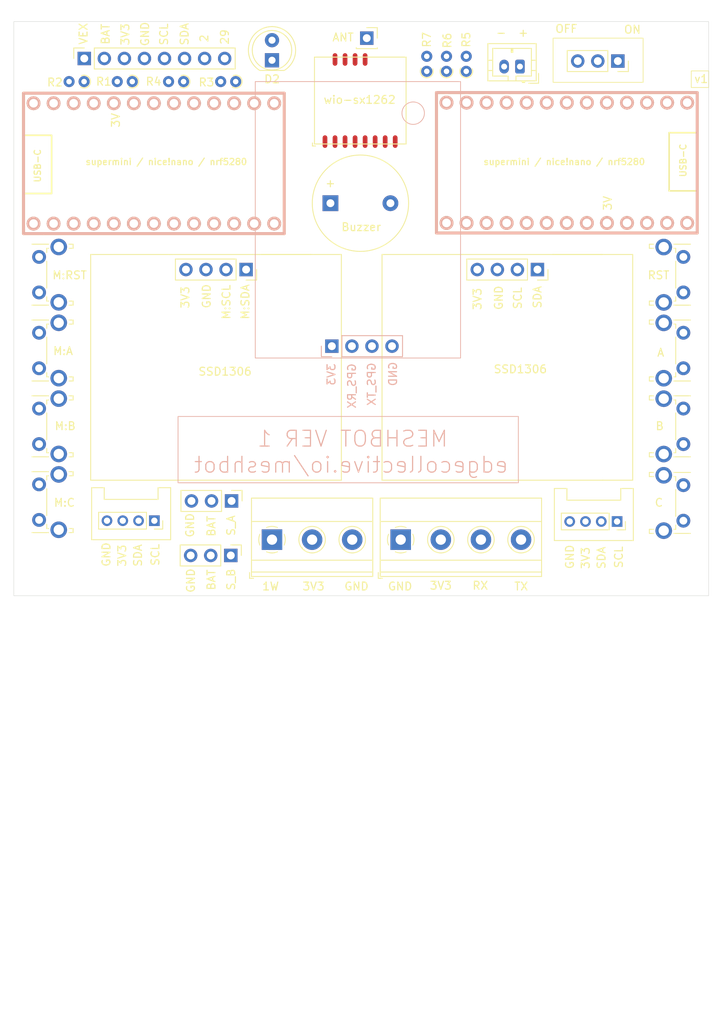
<source format=kicad_pcb>
(kicad_pcb (version 20240108) (generator "pcbnew") (generator_version "8.0")
  (layers (0 "F.Cu" signal) (31 "B.Cu" signal) (34 "B.Paste" user) (35 "F.Paste" user) (36 "B.SilkS" user "B.Silkscreen") (37 "F.SilkS" user "F.Silkscreen") (38 "B.Mask" user) (39 "F.Mask" user) (44 "Edge.Cuts" user))
  (net 0 "")
  (net 1 "SCL_MESH")
  (net 2 "SDA_MESH")
  (net 3 "RF_SW")
  (net 4 "MESH_BATT_MEASURE")
  (net 5 "GND")
  (net 6 "BAT")
  (net 7 "GPS_TX")
  (net 8 "GPS_RX")
  (net 9 "3V3")
  (net 10 "MESH_RST")
  (net 11 "MICRO_RST")
  (net 12 "LORA_RST")
  (net 13 "BUSY")
  (net 14 "ANT")
  (net 15 "MOSI")
  (net 16 "MISO")
  (net 17 "DIO1")
  (net 18 "CS")
  (net 19 "SCK")
  (net 20 "SCL")
  (net 21 "SDA")
  (net 22 "Net-(D2-A)")
  (net 23 "MESH_RX")
  (net 24 "MESH_TX")
  (net 25 "MESH_BUTTON_A")
  (net 26 "MESH_BUTTON_B")
  (net 27 "V_EXT")
  (net 28 "UART_TX")
  (net 29 "UART_RX")
  (net 30 "1WIRE")
  (net 32 "MESH_BUTTON_C")
  (net 33 "SERVO_A")
  (net 34 "SERVO_B")
  (net 35 "P0.29")
  (net 36 "P0.2")
  (net 37 "BUZZER")
  (net 38 "P0.02")
  (net 39 "P0.10")
  (net 40 "P0.09")
  (net 41 "LED_A")
  (net 42 "BUTTON_A")
  (net 43 "BUTTON_B")
  (net 44 "BUTTON_C")
  (footprint "Connector_JST:JST_PH_B2B-PH-K_1x02_P2.00mm_Vertical" (layer "F.Cu") (at 60.8 2.4 180)
    (property "Reference" "J1" (hide yes))
    (property "Value" "Conn_01x02_Socket" (hide yes))
    (pad "1" thru_hole roundrect (at 0 0 180) (size 1.2 1.75) (drill 0.75) (layers "*.Cu" "*.Mask") (roundrect_rratio 0.208333) (net 27 "V_EXT"))
    (pad "2" thru_hole oval (at 2 0 180) (size 1.2 1.75) (drill 0.75) (layers "*.Cu" "*.Mask") (net 5 "GND"))
  )
  (footprint "footprints:nice_nano_cleanest" (layer "F.Cu") (at 15.71 14.66)
    (property "Reference" "U2" (hide yes))
    (property "Value" "nice_nano_clean" (hide yes))
    (fp_text user "supermini / nice!nano / nrf5280" (at 0.31 -0.2 0) (layer "F.SilkS") (effects (font (size 0.8 0.8))))
    (fp_text user "USB-C" (at -16 0.3 90) (layer "F.SilkS") (effects (font (size 0.8 0.8))))
    (pad "1" thru_hole circle (at -13.97 7.62) (size 1.7526 1.7526) (drill 1.0922) (layers "*.Cu" "*.SilkS" "*.Mask") (net 24 "MESH_TX"))
    (pad "2" thru_hole circle (at -11.43 7.62) (size 1.7526 1.7526) (drill 1.0922) (layers "*.Cu" "*.SilkS" "*.Mask") (net 23 "MESH_RX"))
    (pad "3" thru_hole circle (at -8.89 7.62) (size 1.7526 1.7526) (drill 1.0922) (layers "*.Cu" "*.SilkS" "*.Mask") (net 5 "GND"))
    (pad "4" thru_hole circle (at -6.35 7.62) (size 1.7526 1.7526) (drill 1.0922) (layers "*.Cu" "*.SilkS" "*.Mask") (net 5 "GND"))
    (pad "5" thru_hole circle (at -3.81 7.62) (size 1.7526 1.7526) (drill 1.0922) (layers "*.Cu" "*.SilkS" "*.Mask") (net 3 "RF_SW"))
    (pad "6" thru_hole circle (at -1.27 7.62) (size 1.7526 1.7526) (drill 1.0922) (layers "*.Cu" "*.SilkS" "*.Mask") (net 8 "GPS_RX"))
    (pad "7" thru_hole circle (at 1.27 7.62) (size 1.7526 1.7526) (drill 1.0922) (layers "*.Cu" "*.SilkS" "*.Mask") (net 7 "GPS_TX"))
    (pad "8" thru_hole circle (at 3.81 7.62) (size 1.7526 1.7526) (drill 1.0922) (layers "*.Cu" "*.SilkS" "*.Mask") (net 25 "MESH_BUTTON_A"))
    (pad "9" thru_hole circle (at 6.35 7.62) (size 1.7526 1.7526) (drill 1.0922) (layers "*.Cu" "*.SilkS" "*.Mask") (net 26 "MESH_BUTTON_B"))
    (pad "10" thru_hole circle (at 8.89 7.62) (size 1.7526 1.7526) (drill 1.0922) (layers "*.Cu" "*.SilkS" "*.Mask") (net 1 "SCL_MESH"))
    (pad "11" thru_hole circle (at 11.43 7.62) (size 1.7526 1.7526) (drill 1.0922) (layers "*.Cu" "*.SilkS" "*.Mask") (net 2 "SDA_MESH"))
    (pad "12" thru_hole circle (at 13.97 7.62) (size 1.7526 1.7526) (drill 1.0922) (layers "*.Cu" "*.SilkS" "*.Mask") (net 32 "MESH_BUTTON_C"))
    (pad "13" thru_hole circle (at 13.97 -7.62) (size 1.7526 1.7526) (drill 1.0922) (layers "*.Cu" "*.SilkS" "*.Mask") (net 12 "LORA_RST"))
    (pad "14" thru_hole circle (at 11.43 -7.62) (size 1.7526 1.7526) (drill 1.0922) (layers "*.Cu" "*.SilkS" "*.Mask") (net 17 "DIO1"))
    (pad "15" thru_hole circle (at 8.89 -7.62) (size 1.7526 1.7526) (drill 1.0922) (layers "*.Cu" "*.SilkS" "*.Mask") (net 19 "SCK"))
    (pad "16" thru_hole circle (at 6.35 -7.62) (size 1.7526 1.7526) (drill 1.0922) (layers "*.Cu" "*.SilkS" "*.Mask") (net 18 "CS"))
    (pad "17" thru_hole circle (at 3.81 -7.62) (size 1.7526 1.7526) (drill 1.0922) (layers "*.Cu" "*.SilkS" "*.Mask") (net 15 "MOSI"))
    (pad "18" thru_hole circle (at 1.27 -7.62) (size 1.7526 1.7526) (drill 1.0922) (layers "*.Cu" "*.SilkS" "*.Mask") (net 16 "MISO"))
    (pad "19" thru_hole circle (at -1.27 -7.62) (size 1.7526 1.7526) (drill 1.0922) (layers "*.Cu" "*.SilkS" "*.Mask") (net 13 "BUSY"))
    (pad "20" thru_hole circle (at -3.81 -7.62) (size 1.7526 1.7526) (drill 1.0922) (layers "*.Cu" "*.SilkS" "*.Mask") (net 4 "MESH_BATT_MEASURE"))
    (pad "21" thru_hole circle (at -6.35 -7.62) (size 1.7526 1.7526) (drill 1.0922) (layers "*.Cu" "*.SilkS" "*.Mask") (net 9 "3V3"))
    (pad "22" thru_hole circle (at -8.89 -7.62) (size 1.7526 1.7526) (drill 1.0922) (layers "*.Cu" "*.SilkS" "*.Mask") (net 10 "MESH_RST"))
    (pad "23" thru_hole circle (at -11.43 -7.62) (size 1.7526 1.7526) (drill 1.0922) (layers "*.Cu" "*.SilkS" "*.Mask") (net 5 "GND"))
    (pad "24" thru_hole circle (at -13.97 -7.62) (size 1.7526 1.7526) (drill 1.0922) (layers "*.Cu" "*.SilkS" "*.Mask") (net 6 "BAT"))
    (pad "25" thru_hole circle (at -16.51 -7.62) (size 1.7526 1.7526) (drill 1.0922) (layers "*.Cu" "*.SilkS" "*.Mask") (net 6 "BAT"))
    (pad "26" thru_hole circle (at -16.51 7.62) (size 1.7526 1.7526) (drill 1.0922) (layers "*.Cu" "*.SilkS" "*.Mask") (net 5 "GND"))
  )
  (footprint "footprints:ssd1306_a" (layer "F.Cu") (at 63.02 28.1 -90)
    (property "Reference" "J5" (hide yes))
    (property "Value" "Conn_01x04_Pin")
    (pad "1" thru_hole oval (at 0 7.62 270) (size 1.7 1.7) (drill 1) (layers "*.Cu" "*.Mask") (net 9 "3V3"))
    (pad "2" thru_hole oval (at 0 5.08 270) (size 1.7 1.7) (drill 1) (layers "*.Cu" "*.Mask") (net 5 "GND"))
    (pad "3" thru_hole oval (at 0 2.54 270) (size 1.7 1.7) (drill 1) (layers "*.Cu" "*.Mask") (net 20 "SCL"))
    (pad "4" thru_hole rect (at 0 0 270) (size 1.7 1.7) (drill 1) (layers "*.Cu" "*.Mask") (net 21 "SDA"))
  )
  (footprint "footprints:grove_rightangle" (layer "F.Cu") (at 73.1 60 -90)
    (property "Reference" "U5" (hide yes))
    (property "Value" "grove_a" (hide yes))
    (pad "1" thru_hole oval (at 0 6 270) (size 1.35 1.35) (drill 0.8) (layers "*.Cu" "*.Mask") (net 5 "GND"))
    (pad "2" thru_hole oval (at 0 4 270) (size 1.35 1.35) (drill 0.8) (layers "*.Cu" "*.Mask") (net 9 "3V3"))
    (pad "3" thru_hole oval (at 0 2 270) (size 1.35 1.35) (drill 0.8) (layers "*.Cu" "*.Mask") (net 2 "SDA_MESH"))
    (pad "4" thru_hole rect (at 0 0 270) (size 1.35 1.35) (drill 0.8) (layers "*.Cu" "*.Mask") (net 1 "SCL_MESH"))
  )
  (footprint "MountingHole:MountingHole_3.2mm_M3" (layer "F.Cu") (at 0.1 66)
    (property "Reference" "H4" (hide yes))
    (property "Value" "MountingHole")
    (pad "" np_thru_hole circle (at 0 0) (size 3.2 3.2) (drill 3.2) (layers "*.Cu" "*.Mask"))
  )
  (footprint "footprints:nice_nano_cleanest" (layer "F.Cu") (at 65.47 14.58 180)
    (property "Reference" "U3" (hide yes))
    (property "Value" "nice_nano_clean" (hide yes))
    (fp_text user "supermini / nice!nano / nrf5280" (at -0.95 0.12 0) (layer "F.SilkS") (effects (font (size 0.8 0.8))))
    (fp_text user "USB-C" (at -16 0.3 90) (layer "F.SilkS") (effects (font (size 0.8 0.8))))
    (pad "1" thru_hole circle (at -13.97 7.62 180) (size 1.7526 1.7526) (drill 1.0922) (layers "*.Cu" "*.SilkS" "*.Mask") (net 23 "MESH_RX"))
    (pad "2" thru_hole circle (at -11.43 7.62 180) (size 1.7526 1.7526) (drill 1.0922) (layers "*.Cu" "*.SilkS" "*.Mask") (net 24 "MESH_TX"))
    (pad "3" thru_hole circle (at -8.89 7.62 180) (size 1.7526 1.7526) (drill 1.0922) (layers "*.Cu" "*.SilkS" "*.Mask") (net 5 "GND"))
    (pad "4" thru_hole circle (at -6.35 7.62 180) (size 1.7526 1.7526) (drill 1.0922) (layers "*.Cu" "*.SilkS" "*.Mask") (net 5 "GND"))
    (pad "5" thru_hole circle (at -3.81 7.62 180) (size 1.7526 1.7526) (drill 1.0922) (layers "*.Cu" "*.SilkS" "*.Mask") (net 30 "1WIRE"))
    (pad "6" thru_hole circle (at -1.27 7.62 180) (size 1.7526 1.7526) (drill 1.0922) (layers "*.Cu" "*.SilkS" "*.Mask") (net 29 "UART_RX"))
    (pad "7" thru_hole circle (at 1.27 7.62 180) (size 1.7526 1.7526) (drill 1.0922) (layers "*.Cu" "*.SilkS" "*.Mask") (net 28 "UART_TX"))
    (pad "8" thru_hole circle (at 3.81 7.62 180) (size 1.7526 1.7526) (drill 1.0922) (layers "*.Cu" "*.SilkS" "*.Mask") (net 33 "SERVO_A"))
    (pad "9" thru_hole circle (at 6.35 7.62 180) (size 1.7526 1.7526) (drill 1.0922) (layers "*.Cu" "*.SilkS" "*.Mask") (net 34 "SERVO_B"))
    (pad "10" thru_hole circle (at 8.89 7.62 180) (size 1.7526 1.7526) (drill 1.0922) (layers "*.Cu" "*.SilkS" "*.Mask") (net 20 "SCL"))
    (pad "11" thru_hole circle (at 11.43 7.62 180) (size 1.7526 1.7526) (drill 1.0922) (layers "*.Cu" "*.SilkS" "*.Mask") (net 21 "SDA"))
    (pad "12" thru_hole circle (at 13.97 7.62 180) (size 1.7526 1.7526) (drill 1.0922) (layers "*.Cu" "*.SilkS" "*.Mask") (net 42 "BUTTON_A"))
    (pad "13" thru_hole circle (at 13.97 -7.62 180) (size 1.7526 1.7526) (drill 1.0922) (layers "*.Cu" "*.SilkS" "*.Mask") (net 40 "P0.09"))
    (pad "14" thru_hole circle (at 11.43 -7.62 180) (size 1.7526 1.7526) (drill 1.0922) (layers "*.Cu" "*.SilkS" "*.Mask") (net 39 "P0.10"))
    (pad "15" thru_hole circle (at 8.89 -7.62 180) (size 1.7526 1.7526) (drill 1.0922) (layers "*.Cu" "*.SilkS" "*.Mask") (net 44 "BUTTON_C"))
    (pad "16" thru_hole circle (at 6.35 -7.62 180) (size 1.7526 1.7526) (drill 1.0922) (layers "*.Cu" "*.SilkS" "*.Mask") (net 41 "LED_A"))
    (pad "17" thru_hole circle (at 3.81 -7.62 180) (size 1.7526 1.7526) (drill 1.0922) (layers "*.Cu" "*.SilkS" "*.Mask") (net 43 "BUTTON_B"))
    (pad "18" thru_hole circle (at 1.27 -7.62 180) (size 1.7526 1.7526) (drill 1.0922) (layers "*.Cu" "*.SilkS" "*.Mask") (net 38 "P0.02"))
    (pad "19" thru_hole circle (at -1.27 -7.62 180) (size 1.7526 1.7526) (drill 1.0922) (layers "*.Cu" "*.SilkS" "*.Mask") (net 35 "P0.29"))
    (pad "20" thru_hole circle (at -3.81 -7.62 180) (size 1.7526 1.7526) (drill 1.0922) (layers "*.Cu" "*.SilkS" "*.Mask") (net 37 "BUZZER"))
    (pad "21" thru_hole circle (at -6.35 -7.62 180) (size 1.7526 1.7526) (drill 1.0922) (layers "*.Cu" "*.SilkS" "*.Mask") (net 9 "3V3"))
    (pad "22" thru_hole circle (at -8.89 -7.62 180) (size 1.7526 1.7526) (drill 1.0922) (layers "*.Cu" "*.SilkS" "*.Mask") (net 11 "MICRO_RST"))
    (pad "23" thru_hole circle (at -11.43 -7.62 180) (size 1.7526 1.7526) (drill 1.0922) (layers "*.Cu" "*.SilkS" "*.Mask") (net 5 "GND"))
    (pad "24" thru_hole circle (at -13.97 -7.62 180) (size 1.7526 1.7526) (drill 1.0922) (layers "*.Cu" "*.SilkS" "*.Mask") (net 6 "BAT"))
    (pad "25" thru_hole circle (at -16.51 -7.62 180) (size 1.7526 1.7526) (drill 1.0922) (layers "*.Cu" "*.SilkS" "*.Mask") (net 6 "BAT"))
    (pad "26" thru_hole circle (at -16.51 7.62 180) (size 1.7526 1.7526) (drill 1.0922) (layers "*.Cu" "*.SilkS" "*.Mask") (net 5 "GND"))
  )
  (footprint "TerminalBlock_Phoenix:TerminalBlock_Phoenix_MKDS-1,5-4-5.08_1x04_P5.08mm_Horizontal" (layer "F.Cu") (at 45.7 62.3)
    (property "Reference" "J6" (hide yes))
    (property "Value" "Screw_Terminal_01x04" (hide yes))
    (pad "1" thru_hole rect (at 0 0) (size 2.6 2.6) (drill 1.3) (layers "*.Cu" "*.Mask") (net 5 "GND"))
    (pad "2" thru_hole circle (at 5.08 0) (size 2.6 2.6) (drill 1.3) (layers "*.Cu" "*.Mask") (net 9 "3V3"))
    (pad "3" thru_hole circle (at 10.16 0) (size 2.6 2.6) (drill 1.3) (layers "*.Cu" "*.Mask") (net 29 "UART_RX"))
    (pad "4" thru_hole circle (at 15.24 0) (size 2.6 2.6) (drill 1.3) (layers "*.Cu" "*.Mask") (net 28 "UART_TX"))
  )
  (footprint "Button_Switch_THT:SW_Tactile_SPST_Angled_PTS645Vx31-2LFS" (layer "F.Cu") (at -0.1 31 90)
    (property "Reference" "SW1" (hide yes))
    (property "Value" "SW_Push")
    (pad "" thru_hole circle (at -1.25 2.49 90) (size 2.1 2.1) (drill 1.3) (layers "*.Cu" "*.Mask"))
    (pad "" thru_hole circle (at 5.76 2.49 90) (size 2.1 2.1) (drill 1.3) (layers "*.Cu" "*.Mask"))
    (pad "1" thru_hole circle (at 0 0 90) (size 1.75 1.75) (drill 0.99) (layers "*.Cu" "*.Mask") (net 10 "MESH_RST"))
    (pad "2" thru_hole circle (at 4.5 0 90) (size 1.75 1.75) (drill 0.99) (layers "*.Cu" "*.Mask") (net 5 "GND"))
  )
  (footprint "Resistor_THT:R_Axial_DIN0204_L3.6mm_D1.6mm_P1.90mm_Vertical" (layer "F.Cu") (at 11.7 4.3 180)
    (property "Reference" "R1" (at 3.6 0 0) (layer "F.SilkS"))
    (property "Value" "R" (hide yes))
    (pad "1" thru_hole circle (at 0 0 180) (size 1.4 1.4) (drill 0.7) (layers "*.Cu" "*.Mask") (net 4 "MESH_BATT_MEASURE"))
    (pad "2" thru_hole oval (at 1.9 0 180) (size 1.4 1.4) (drill 0.7) (layers "*.Cu" "*.Mask") (net 5 "GND"))
  )
  (footprint "Connector_PinHeader_2.54mm:PinHeader_1x03_P2.54mm_Vertical" (layer "F.Cu") (at 24.28 57.4 -90)
    (property "Reference" "J11" (hide yes))
    (property "Value" "Conn_01x03_Pin" (hide yes))
    (pad "1" thru_hole rect (at 0 0 270) (size 1.7 1.7) (drill 1) (layers "*.Cu" "*.Mask") (net 33 "SERVO_A"))
    (pad "2" thru_hole oval (at 0 2.54 270) (size 1.7 1.7) (drill 1) (layers "*.Cu" "*.Mask") (net 6 "BAT"))
    (pad "3" thru_hole oval (at 0 5.08 270) (size 1.7 1.7) (drill 1) (layers "*.Cu" "*.Mask") (net 5 "GND"))
  )
  (footprint "Button_Switch_THT:SW_Tactile_SPST_Angled_PTS645Vx31-2LFS" (layer "F.Cu") (at -0.1 40.6 90)
    (property "Reference" "SW2" (hide yes))
    (property "Value" "SW_Push")
    (pad "" thru_hole circle (at -1.25 2.49 90) (size 2.1 2.1) (drill 1.3) (layers "*.Cu" "*.Mask"))
    (pad "" thru_hole circle (at 5.76 2.49 90) (size 2.1 2.1) (drill 1.3) (layers "*.Cu" "*.Mask"))
    (pad "1" thru_hole circle (at 0 0 90) (size 1.75 1.75) (drill 0.99) (layers "*.Cu" "*.Mask") (net 25 "MESH_BUTTON_A"))
    (pad "2" thru_hole circle (at 4.5 0 90) (size 1.75 1.75) (drill 0.99) (layers "*.Cu" "*.Mask") (net 5 "GND"))
  )
  (footprint "Buzzer_Beeper:Buzzer_12x9.5RM7.6" (layer "F.Cu") (at 36.8 19.7)
    (property "Reference" "J9" (hide yes))
    (property "Value" "Conn_01x02_Socket")
    (fp_text user "+" (at -0.01 -2.54 0) (layer "F.SilkS"))
    (pad "1" thru_hole rect (at 0 0) (size 2 2) (drill 1) (layers "*.Cu" "*.Mask") (net 37 "BUZZER"))
    (pad "2" thru_hole circle (at 7.6 0) (size 2 2) (drill 1) (layers "*.Cu" "*.Mask") (net 5 "GND"))
  )
  (footprint "Button_Switch_THT:SW_Tactile_SPST_Angled_PTS645Vx31-2LFS" (layer "F.Cu") (at -0.1 50.2 90)
    (property "Reference" "SW7" (hide yes))
    (property "Value" "SW_Push")
    (pad "" thru_hole circle (at -1.25 2.49 90) (size 2.1 2.1) (drill 1.3) (layers "*.Cu" "*.Mask"))
    (pad "" thru_hole circle (at 5.76 2.49 90) (size 2.1 2.1) (drill 1.3) (layers "*.Cu" "*.Mask"))
    (pad "1" thru_hole circle (at 0 0 90) (size 1.75 1.75) (drill 0.99) (layers "*.Cu" "*.Mask") (net 26 "MESH_BUTTON_B"))
    (pad "2" thru_hole circle (at 4.5 0 90) (size 1.75 1.75) (drill 0.99) (layers "*.Cu" "*.Mask") (net 5 "GND"))
  )
  (footprint "MountingHole:MountingHole_3.2mm_M3" (layer "F.Cu") (at 0 0)
    (property "Reference" "H1" (hide yes))
    (property "Value" "MountingHole" (hide yes))
    (pad "" np_thru_hole circle (at 0 0) (size 3.2 3.2) (drill 3.2) (layers "*.Cu" "*.Mask"))
  )
  (footprint "Resistor_THT:R_Axial_DIN0204_L3.6mm_D1.6mm_P1.90mm_Vertical" (layer "F.Cu") (at 51.5 3 90)
    (property "Reference" "R6" (at 3.9 0.1 90) (layer "F.SilkS"))
    (property "Value" "R")
    (pad "1" thru_hole circle (at 0 0 90) (size 1.4 1.4) (drill 0.7) (layers "*.Cu" "*.Mask") (net 21 "SDA"))
    (pad "2" thru_hole oval (at 1.9 0 90) (size 1.4 1.4) (drill 0.7) (layers "*.Cu" "*.Mask") (net 9 "3V3"))
  )
  (footprint "Button_Switch_THT:SW_Tactile_SPST_Angled_PTS645Vx31-2LFS" (layer "F.Cu") (at -0.1 59.8 90)
    (property "Reference" "SW8" (hide yes))
    (property "Value" "SW_Push")
    (pad "" thru_hole circle (at -1.25 2.49 90) (size 2.1 2.1) (drill 1.3) (layers "*.Cu" "*.Mask"))
    (pad "" thru_hole circle (at 5.76 2.49 90) (size 2.1 2.1) (drill 1.3) (layers "*.Cu" "*.Mask"))
    (pad "1" thru_hole circle (at 0 0 90) (size 1.75 1.75) (drill 0.99) (layers "*.Cu" "*.Mask") (net 32 "MESH_BUTTON_C"))
    (pad "2" thru_hole circle (at 4.5 0 90) (size 1.75 1.75) (drill 0.99) (layers "*.Cu" "*.Mask") (net 5 "GND"))
  )
  (footprint "Button_Switch_THT:SW_Tactile_SPST_Angled_PTS645Vx31-2LFS" (layer "F.Cu") (at 81.5 55.4 -90)
    (property "Reference" "SW6" (hide yes))
    (property "Value" "SW_Push")
    (pad "" thru_hole circle (at -1.25 2.49 270) (size 2.1 2.1) (drill 1.3) (layers "*.Cu" "*.Mask"))
    (pad "" thru_hole circle (at 5.76 2.49 270) (size 2.1 2.1) (drill 1.3) (layers "*.Cu" "*.Mask"))
    (pad "1" thru_hole circle (at 0 0 270) (size 1.75 1.75) (drill 0.99) (layers "*.Cu" "*.Mask") (net 44 "BUTTON_C"))
    (pad "2" thru_hole circle (at 4.5 0 270) (size 1.75 1.75) (drill 0.99) (layers "*.Cu" "*.Mask") (net 5 "GND"))
  )
  (footprint "Resistor_THT:R_Axial_DIN0204_L3.6mm_D1.6mm_P1.90mm_Vertical" (layer "F.Cu") (at 49 3 90)
    (property "Reference" "R7" (at 4 0 90) (layer "F.SilkS"))
    (property "Value" "R")
    (pad "1" thru_hole circle (at 0 0 90) (size 1.4 1.4) (drill 0.7) (layers "*.Cu" "*.Mask") (net 22 "Net-(D2-A)"))
    (pad "2" thru_hole oval (at 1.9 0 90) (size 1.4 1.4) (drill 0.7) (layers "*.Cu" "*.Mask") (net 41 "LED_A"))
  )
  (footprint "LED_THT:LED_D5.0mm" (layer "F.Cu") (at 29.4 1.6 90)
    (property "Reference" "D2" (at -2.4 0 180) (layer "F.SilkS"))
    (property "Value" "LED")
    (pad "1" thru_hole rect (at 0 0 90) (size 1.8 1.8) (drill 0.9) (layers "*.Cu" "*.Mask") (net 5 "GND"))
    (pad "2" thru_hole circle (at 2.54 0 90) (size 1.8 1.8) (drill 0.9) (layers "*.Cu" "*.Mask") (net 22 "Net-(D2-A)"))
  )
  (footprint "Button_Switch_THT:SW_Tactile_SPST_Angled_PTS645Vx31-2LFS" (layer "F.Cu") (at 81.5 45.7 -90)
    (property "Reference" "SW5" (hide yes))
    (property "Value" "SW_Push")
    (pad "" thru_hole circle (at -1.25 2.49 270) (size 2.1 2.1) (drill 1.3) (layers "*.Cu" "*.Mask"))
    (pad "" thru_hole circle (at 5.76 2.49 270) (size 2.1 2.1) (drill 1.3) (layers "*.Cu" "*.Mask"))
    (pad "1" thru_hole circle (at 0 0 270) (size 1.75 1.75) (drill 0.99) (layers "*.Cu" "*.Mask") (net 43 "BUTTON_B"))
    (pad "2" thru_hole circle (at 4.5 0 270) (size 1.75 1.75) (drill 0.99) (layers "*.Cu" "*.Mask") (net 5 "GND"))
  )
  (footprint "Resistor_THT:R_Axial_DIN0204_L3.6mm_D1.6mm_P1.90mm_Vertical" (layer "F.Cu") (at 54 3 90)
    (property "Reference" "R5" (at 4 0 90) (layer "F.SilkS"))
    (property "Value" "R")
    (pad "1" thru_hole circle (at 0 0 90) (size 1.4 1.4) (drill 0.7) (layers "*.Cu" "*.Mask") (net 20 "SCL"))
    (pad "2" thru_hole oval (at 1.9 0 90) (size 1.4 1.4) (drill 0.7) (layers "*.Cu" "*.Mask") (net 9 "3V3"))
  )
  (footprint "Button_Switch_THT:SW_Tactile_SPST_Angled_PTS645Vx31-2LFS" (layer "F.Cu") (at 81.5 26.5 -90)
    (property "Reference" "SW3" (hide yes))
    (property "Value" "SW_Push")
    (pad "" thru_hole circle (at -1.25 2.49 270) (size 2.1 2.1) (drill 1.3) (layers "*.Cu" "*.Mask"))
    (pad "" thru_hole circle (at 5.76 2.49 270) (size 2.1 2.1) (drill 1.3) (layers "*.Cu" "*.Mask"))
    (pad "1" thru_hole circle (at 0 0 270) (size 1.75 1.75) (drill 0.99) (layers "*.Cu" "*.Mask") (net 11 "MICRO_RST"))
    (pad "2" thru_hole circle (at 4.5 0 270) (size 1.75 1.75) (drill 0.99) (layers "*.Cu" "*.Mask") (net 5 "GND"))
  )
  (footprint "footprints:ssd1306_a" (layer "F.Cu") (at 26.12 28.1 -90)
    (property "Reference" "J3" (hide yes))
    (property "Value" "Conn_01x04_Pin")
    (pad "1" thru_hole oval (at 0 7.62 270) (size 1.7 1.7) (drill 1) (layers "*.Cu" "*.Mask") (net 9 "3V3"))
    (pad "2" thru_hole oval (at 0 5.08 270) (size 1.7 1.7) (drill 1) (layers "*.Cu" "*.Mask") (net 5 "GND"))
    (pad "3" thru_hole oval (at 0 2.54 270) (size 1.7 1.7) (drill 1) (layers "*.Cu" "*.Mask") (net 1 "SCL_MESH"))
    (pad "4" thru_hole rect (at 0 0 270) (size 1.7 1.7) (drill 1) (layers "*.Cu" "*.Mask") (net 2 "SDA_MESH"))
  )
  (footprint "Resistor_THT:R_Axial_DIN0204_L3.6mm_D1.6mm_P1.90mm_Vertical" (layer "F.Cu") (at 24.8 4.3 180)
    (property "Reference" "R3" (at 3.7 -0.1 0) (layer "F.SilkS"))
    (property "Value" "R")
    (pad "1" thru_hole circle (at 0 0 180) (size 1.4 1.4) (drill 0.7) (layers "*.Cu" "*.Mask") (net 1 "SCL_MESH"))
    (pad "2" thru_hole oval (at 1.9 0 180) (size 1.4 1.4) (drill 0.7) (layers "*.Cu" "*.Mask") (net 9 "3V3"))
  )
  (footprint "Resistor_THT:R_Axial_DIN0204_L3.6mm_D1.6mm_P1.90mm_Vertical" (layer "F.Cu") (at 5.6 4.3 180)
    (property "Reference" "R2" (at 3.7 -0.1 0) (layer "F.SilkS"))
    (property "Value" "R" (hide yes))
    (pad "1" thru_hole circle (at 0 0 180) (size 1.4 1.4) (drill 0.7) (layers "*.Cu" "*.Mask") (net 6 "BAT"))
    (pad "2" thru_hole oval (at 1.9 0 180) (size 1.4 1.4) (drill 0.7) (layers "*.Cu" "*.Mask") (net 4 "MESH_BATT_MEASURE"))
  )
  (footprint "footprints:grove_a" (layer "F.Cu") (at 14.5 59.9 -90)
    (property "Reference" "U4" (hide yes))
    (property "Value" "grove_a")
    (pad "1" thru_hole oval (at 0 6 270) (size 1.35 1.35) (drill 0.8) (layers "*.Cu" "*.Mask") (net 5 "GND"))
    (pad "2" thru_hole oval (at 0 4 270) (size 1.35 1.35) (drill 0.8) (layers "*.Cu" "*.Mask") (net 9 "3V3"))
    (pad "3" thru_hole oval (at 0 2 270) (size 1.35 1.35) (drill 0.8) (layers "*.Cu" "*.Mask") (net 21 "SDA"))
    (pad "4" thru_hole rect (at 0 0 270) (size 1.35 1.35) (drill 0.8) (layers "*.Cu" "*.Mask") (net 20 "SCL"))
  )
  (footprint "Button_Switch_THT:SW_Tactile_SPST_Angled_PTS645Vx31-2LFS" (layer "F.Cu") (at 81.5 36.1 -90)
    (property "Reference" "SW4" (hide yes))
    (property "Value" "SW_Push")
    (pad "" thru_hole circle (at -1.25 2.49 270) (size 2.1 2.1) (drill 1.3) (layers "*.Cu" "*.Mask"))
    (pad "" thru_hole circle (at 5.76 2.49 270) (size 2.1 2.1) (drill 1.3) (layers "*.Cu" "*.Mask"))
    (pad "1" thru_hole circle (at 0 0 270) (size 1.75 1.75) (drill 0.99) (layers "*.Cu" "*.Mask") (net 42 "BUTTON_A"))
    (pad "2" thru_hole circle (at 4.5 0 270) (size 1.75 1.75) (drill 0.99) (layers "*.Cu" "*.Mask") (net 5 "GND"))
  )
  (footprint "Connector_PinSocket_2.54mm:PinSocket_1x08_P2.54mm_Vertical" (layer "F.Cu") (at 5.625 1.375 90)
    (property "Reference" "J13" (hide yes))
    (property "Value" "Conn_01x08_Socket" (hide yes))
    (pad "1" thru_hole rect (at 0 0 90) (size 1.7 1.7) (drill 1) (layers "*.Cu" "*.Mask") (net 27 "V_EXT"))
    (pad "2" thru_hole oval (at 0 2.54 90) (size 1.7 1.7) (drill 1) (layers "*.Cu" "*.Mask") (net 6 "BAT"))
    (pad "3" thru_hole oval (at 0 5.08 90) (size 1.7 1.7) (drill 1) (layers "*.Cu" "*.Mask") (net 9 "3V3"))
    (pad "4" thru_hole oval (at 0 7.62 90) (size 1.7 1.7) (drill 1) (layers "*.Cu" "*.Mask") (net 5 "GND"))
    (pad "5" thru_hole oval (at 0 10.16 90) (size 1.7 1.7) (drill 1) (layers "*.Cu" "*.Mask") (net 20 "SCL"))
    (pad "6" thru_hole oval (at 0 12.7 90) (size 1.7 1.7) (drill 1) (layers "*.Cu" "*.Mask") (net 21 "SDA"))
    (pad "7" thru_hole oval (at 0 15.24 90) (size 1.7 1.7) (drill 1) (layers "*.Cu" "*.Mask") (net 36 "P0.2"))
    (pad "8" thru_hole oval (at 0 17.78 90) (size 1.7 1.7) (drill 1) (layers "*.Cu" "*.Mask") (net 35 "P0.29"))
  )
  (footprint "Connector_PinHeader_2.54mm:PinHeader_1x03_P2.54mm_Vertical" (layer "F.Cu") (at 24.18 64.3 -90)
    (property "Reference" "J12" (hide yes))
    (property "Value" "Conn_01x03_Pin" (hide yes))
    (pad "1" thru_hole rect (at 0 0 270) (size 1.7 1.7) (drill 1) (layers "*.Cu" "*.Mask") (net 34 "SERVO_B"))
    (pad "2" thru_hole oval (at 0 2.54 270) (size 1.7 1.7) (drill 1) (layers "*.Cu" "*.Mask") (net 6 "BAT"))
    (pad "3" thru_hole oval (at 0 5.08 270) (size 1.7 1.7) (drill 1) (layers "*.Cu" "*.Mask") (net 5 "GND"))
  )
  (footprint "MountingHole:MountingHole_3.2mm_M3" (layer "F.Cu") (at 81 66)
    (property "Reference" "H3" (hide yes))
    (property "Value" "MountingHole")
    (pad "" np_thru_hole circle (at 0 0) (size 3.2 3.2) (drill 3.2) (layers "*.Cu" "*.Mask"))
  )
  (footprint "footprints:usual_switch" (layer "F.Cu") (at 73.2 1.7 -90)
    (property "Reference" "J8" (hide yes))
    (property "Value" "Conn_01x03_Socket")
    (pad "1" thru_hole rect (at 0 0 270) (size 1.7 1.7) (drill 1) (layers "*.Cu" "*.Mask") (net 6 "BAT"))
    (pad "2" thru_hole oval (at 0 2.54 270) (size 1.7 1.7) (drill 1) (layers "*.Cu" "*.Mask") (net 27 "V_EXT"))
    (pad "3" thru_hole oval (at 0 5.08 270) (size 1.7 1.7) (drill 1) (layers "*.Cu" "*.Mask"))
  )
  (footprint "wio-sx1262:wio-sx1262" (layer "F.Cu") (at 34.78 12.2)
    (property "Reference" "U1" (hide yes))
    (property "Value" "wio-sx1262" (at 5.72 -5.6 0) (layer "F.SilkS"))
    (pad "1" smd roundrect (at 1.33 -0.3 90) (size 1.6 0.6) (layers "F.Cu" "F.Paste" "F.Mask") (roundrect_rratio 0.5) (net 3 "RF_SW"))
    (pad "2" smd roundrect (at 2.6 -0.3 90) (size 1.6 0.6) (layers "F.Cu" "F.Paste" "F.Mask") (roundrect_rratio 0.5) (net 16 "MISO"))
    (pad "3" smd roundrect (at 3.87 -0.3 90) (size 1.6 0.6) (layers "F.Cu" "F.Paste" "F.Mask") (roundrect_rratio 0.5) (net 15 "MOSI"))
    (pad "4" smd roundrect (at 5.14 -0.3 90) (size 1.6 0.6) (layers "F.Cu" "F.Paste" "F.Mask") (roundrect_rratio 0.5) (net 19 "SCK"))
    (pad "5" smd roundrect (at 6.41 -0.3 90) (size 1.6 0.6) (layers "F.Cu" "F.Paste" "F.Mask") (roundrect_rratio 0.5) (net 12 "LORA_RST"))
    (pad "6" smd roundrect (at 7.68 -0.3 90) (size 1.6 0.6) (layers "F.Cu" "F.Paste" "F.Mask") (roundrect_rratio 0.5) (net 18 "CS"))
    (pad "7" smd roundrect (at 8.95 -0.3 90) (size 1.6 0.6) (layers "F.Cu" "F.Paste" "F.Mask") (roundrect_rratio 0.5) (net 5 "GND"))
    (pad "8" smd roundrect (at 10.22 -0.3 90) (size 1.6 0.6) (layers "F.Cu" "F.Paste" "F.Mask") (roundrect_rratio 0.5) (net 9 "3V3"))
    (pad "9" smd roundrect (at 6.41 -10.7 90) (size 1.6 0.6) (layers "F.Cu" "F.Paste" "F.Mask") (roundrect_rratio 0.5) (net 14 "ANT"))
    (pad "10" smd roundrect (at 5.14 -10.7 90) (size 1.6 0.6) (layers "F.Cu" "F.Paste" "F.Mask") (roundrect_rratio 0.5) (net 5 "GND"))
    (pad "11" smd roundrect (at 3.87 -10.7 90) (size 1.6 0.6) (layers "F.Cu" "F.Paste" "F.Mask") (roundrect_rratio 0.5) (net 13 "BUSY"))
    (pad "12" smd roundrect (at 2.6 -10.7 90) (size 1.6 0.6) (layers "F.Cu" "F.Paste" "F.Mask") (roundrect_rratio 0.5) (net 17 "DIO1"))
  )
  (footprint "TerminalBlock_Phoenix:TerminalBlock_Phoenix_MKDS-1,5-3-5.08_1x03_P5.08mm_Horizontal" (layer "F.Cu") (at 29.4 62.3)
    (property "Reference" "J7" (hide yes))
    (property "Value" "Screw_Terminal_01x03" (hide yes))
    (pad "1" thru_hole rect (at 0 0) (size 2.6 2.6) (drill 1.3) (layers "*.Cu" "*.Mask") (net 30 "1WIRE"))
    (pad "2" thru_hole circle (at 5.08 0) (size 2.6 2.6) (drill 1.3) (layers "*.Cu" "*.Mask") (net 9 "3V3"))
    (pad "3" thru_hole circle (at 10.16 0) (size 2.6 2.6) (drill 1.3) (layers "*.Cu" "*.Mask") (net 5 "GND"))
  )
  (footprint "Connector_PinSocket_2.54mm:PinSocket_1x01_P2.54mm_Vertical" (layer "F.Cu") (at 41.4 -1.2)
    (property "Reference" "J4" (hide yes))
    (property "Value" "Conn_01x01_Socket" (hide yes))
    (pad "1" thru_hole rect (at 0 0) (size 1.7 1.7) (drill 1) (layers "*.Cu" "*.Mask") (net 14 "ANT"))
  )
  (footprint "Resistor_THT:R_Axial_DIN0204_L3.6mm_D1.6mm_P1.90mm_Vertical" (layer "F.Cu") (at 18.2 4.3 180)
    (property "Reference" "R4" (at 3.8 0 0) (layer "F.SilkS"))
    (property "Value" "R")
    (pad "1" thru_hole circle (at 0 0 180) (size 1.4 1.4) (drill 0.7) (layers "*.Cu" "*.Mask") (net 2 "SDA_MESH"))
    (pad "2" thru_hole oval (at 1.9 0 180) (size 1.4 1.4) (drill 0.7) (layers "*.Cu" "*.Mask") (net 9 "3V3"))
  )
  (footprint "MountingHole:MountingHole_3.2mm_M3" (layer "F.Cu") (at 81 0)
    (property "Reference" "H2" (hide yes))
    (property "Value" "MountingHole")
    (pad "" np_thru_hole circle (at 0 0) (size 3.2 3.2) (drill 3.2) (layers "*.Cu" "*.Mask"))
  )
  (footprint "footprints:gps_ublox_blue" (layer "B.Cu") (at 36.98 37.8 -90)
    (property "Reference" "J2" (hide yes))
    (property "Value" "Conn_01x04_Pin")
    (pad "1" thru_hole rect (at 0 0 270) (size 1.7 1.7) (drill 1) (layers "*.Cu" "*.Mask") (net 9 "3V3"))
    (pad "2" thru_hole oval (at 0 -2.54 270) (size 1.7 1.7) (drill 1) (layers "*.Cu" "*.Mask") (net 8 "GPS_RX"))
    (pad "3" thru_hole oval (at 0 -5.08 270) (size 1.7 1.7) (drill 1) (layers "*.Cu" "*.Mask") (net 7 "GPS_TX"))
    (pad "4" thru_hole oval (at 0 -7.62 270) (size 1.7 1.7) (drill 1) (layers "*.Cu" "*.Mask") (net 5 "GND"))
  )
  (gr_rect (start 17.5 46.7) (end 60.6 55.1) (stroke (width 0.1)) (fill none) (layer "B.SilkS"))
  (gr_rect (start 82.5 2.95) (end 84.7 5.05) (stroke (width 0.1)) (fill none) (layer "F.SilkS"))
  (gr_rect (start -3.3 -3.3) (end 84.7 69.4) (stroke (width 0.05)) (fill none) (layer "Edge.Cuts"))
  (gr_text "3V3" (at 37.5 39.9 90) (layer "B.SilkS") (effects (font (size 1 1)) (justify left bottom mirror)))
  (gr_text "MESHBOT VER 1" (at 51.8 50.7 0) (layer "B.SilkS") (effects (font (size 2 2)) (justify left bottom mirror)))
  (gr_text "GPS_TX" (at 42.6 39.8 90) (layer "B.SilkS") (effects (font (size 1 1)) (justify left bottom mirror)))
  (gr_text "GND" (at 45.3 39.7 90) (layer "B.SilkS") (effects (font (size 1 1)) (justify left bottom mirror)))
  (gr_text "edgecollective.io/meshbot" (at 59.4 54 0) (layer "B.SilkS") (effects (font (size 2 2)) (justify left bottom mirror)))
  (gr_text "GPS_RX" (at 40.1 39.9 90) (layer "B.SilkS") (effects (font (size 1 1)) (justify left bottom mirror)))
  (gr_text "3V3" (at 56 33.3 90) (layer "F.SilkS") (effects (font (size 1 1)) (justify left bottom)))
  (gr_text "3V3" (at 19 33.1 90) (layer "F.SilkS") (effects (font (size 1 1)) (justify left bottom)))
  (gr_text "3V" (at 72.5 20.7 90) (layer "F.SilkS") (effects (font (size 1 1)) (justify left bottom)))
  (gr_text "S_A" (at 24.8 61.9 90) (layer "F.SilkS") (effects (font (size 1 1)) (justify left bottom)))
  (gr_text "GND" (at 13.9 -0.1 90) (layer "F.SilkS") (effects (font (size 1 1)) (justify left bottom)))
  (gr_text "GND" (at 44 68.8 0) (layer "F.SilkS") (effects (font (size 1 1)) (justify left bottom)))
  (gr_text "M:RST" (at 1.5 29.4 0) (layer "F.SilkS") (effects (font (size 1 1)) (justify left bottom)))
  (gr_text "SCL" (at 61.1 33.2 90) (layer "F.SilkS") (effects (font (size 1 1)) (justify left bottom)))
  (gr_text "SDA" (at 71.7 66.1 90) (layer "F.SilkS") (effects (font (size 1 1)) (justify left bottom)))
  (gr_text "-" (at 57.7 -1.3 0) (layer "F.SilkS") (effects (font (size 1 1)) (justify left bottom)))
  (gr_text "S_B" (at 24.8 68.8 90) (layer "F.SilkS") (effects (font (size 1 1)) (justify left bottom)))
  (gr_text "RX" (at 54.7 68.7 0) (layer "F.SilkS") (effects (font (size 1 1)) (justify left bottom)))
  (gr_text "M:B" (at 1.8 48.5 0) (layer "F.SilkS") (effects (font (size 1 1)) (justify left bottom)))
  (gr_text "BAT" (at 22.3 62 90) (layer "F.SilkS") (effects (font (size 1 1)) (justify left bottom)))
  (gr_text "GND" (at 21.7 33.1 90) (layer "F.SilkS") (effects (font (size 1 1)) (justify left bottom)))
  (gr_text "3V3" (at 49.3 68.7 0) (layer "F.SilkS") (effects (font (size 1 1)) (justify left bottom)))
  (gr_text "GND" (at 19.7 69.1 90) (layer "F.SilkS") (effects (font (size 1 1)) (justify left bottom)))
  (gr_text "SCL" (at 15.2 65.7 90) (layer "F.SilkS") (effects (font (size 1 1)) (justify left bottom)))
  (gr_text "OFF" (at 65.2 -1.8 0) (layer "F.SilkS") (effects (font (size 1 1)) (justify left bottom)))
  (gr_text "BAT" (at 22.3 68.8 90) (layer "F.SilkS") (effects (font (size 1 1)) (justify left bottom)))
  (gr_text "M:C" (at 1.7 58.2 0) (layer "F.SilkS") (effects (font (size 1 1)) (justify left bottom)))
  (gr_text "SDA" (at 13 65.8 90) (layer "F.SilkS") (effects (font (size 1 1)) (justify left bottom)))
  (gr_text "ANT" (at 38.4 -1.3 0) (layer "F.SilkS") (effects (font (size 1 1))))
  (gr_text "SCL" (at 73.9 66 90) (layer "F.SilkS") (effects (font (size 1 1)) (justify left bottom)))
  (gr_text "SCL" (at 16.3 -0.2 90) (layer "F.SilkS") (effects (font (size 1 1)) (justify left bottom)))
  (gr_text "Buzzer" (at 38.1 23.3 0) (layer "F.SilkS") (effects (font (size 1 1)) (justify left bottom)))
  (gr_text "GND" (at 19.6 62.1 90) (layer "F.SilkS") (effects (font (size 1 1)) (justify left bottom)))
  (gr_text "SDA" (at 63.6 33.1 90) (layer "F.SilkS") (effects (font (size 1 1)) (justify left bottom)))
  (gr_text "3V3" (at 33.18 68.8 0) (layer "F.SilkS") (effects (font (size 1 1)) (justify left bottom)))
  (gr_text "v1" (at 82.8 4.55 0) (layer "F.SilkS") (effects (font (size 1 1)) (justify left bottom)))
  (gr_text "3V3" (at 69.7 66.1 90) (layer "F.SilkS") (effects (font (size 1 1)) (justify left bottom)))
  (gr_text "GND" (at 67.7 66.1 90) (layer "F.SilkS") (effects (font (size 1 1)) (justify left bottom)))
  (gr_text "3V3" (at 11 65.8 90) (layer "F.SilkS") (effects (font (size 1 1)) (justify left bottom)))
  (gr_text "GND" (at 9 65.8 90) (layer "F.SilkS") (effects (font (size 1 1)) (justify left bottom)))
  (gr_text "B" (at 77.9 48.5 0) (layer "F.SilkS") (effects (font (size 1 1)) (justify left bottom)))
  (gr_text "BAT" (at 8.9 -0.3 90) (layer "F.SilkS") (effects (font (size 1 1)) (justify left bottom)))
  (gr_text "A" (at 78.1 39.2 0) (layer "F.SilkS") (effects (font (size 1 1)) (justify left bottom)))
  (gr_text "SDA" (at 18.9 -0.2 90) (layer "F.SilkS") (effects (font (size 1 1)) (justify left bottom)))
  (gr_text "M:SCL" (at 24.2 34.5 90) (layer "F.SilkS") (effects (font (size 1 1)) (justify left bottom)))
  (gr_text "M:A" (at 1.6 39 0) (layer "F.SilkS") (effects (font (size 1 1)) (justify left bottom)))
  (gr_text "GND" (at 38.48 68.8 0) (layer "F.SilkS") (effects (font (size 1 1)) (justify left bottom)))
  (gr_text "29" (at 24 -0.3 90) (layer "F.SilkS") (effects (font (size 1 1)) (justify left bottom)))
  (gr_text "2" (at 21.4 -0.6 90) (layer "F.SilkS") (effects (font (size 1 1)) (justify left bottom)))
  (gr_text "GND" (at 58.7 33.3 90) (layer "F.SilkS") (effects (font (size 1 1)) (justify left bottom)))
  (gr_text "SSD1306" (at 20 41.6 0) (layer "F.SilkS") (effects (font (size 1 1)) (justify left bottom)))
  (gr_text "ON" (at 73.9 -1.7 0) (layer "F.SilkS") (effects (font (size 1 1)) (justify left bottom)))
  (gr_text "VEX" (at 6.1 -0.3 90) (layer "F.SilkS") (effects (font (size 1 1)) (justify left bottom)))
  (gr_text "M:SDA" (at 26.6 34.5 90) (layer "F.SilkS") (effects (font (size 1 1)) (justify left bottom)))
  (gr_text "C" (at 77.8 58.2 0) (layer "F.SilkS") (effects (font (size 1 1)) (justify left bottom)))
  (gr_text "RST" (at 76.9 29.4 0) (layer "F.SilkS") (effects (font (size 1 1)) (justify left bottom)))
  (gr_text "1W" (at 28.08 68.8 0) (layer "F.SilkS") (effects (font (size 1 1)) (justify left bottom)))
  (gr_text "TX" (at 60 68.8 0) (layer "F.SilkS") (effects (font (size 1 1)) (justify left bottom)))
  (gr_text "3V" (at 10.2 10.2 90) (layer "F.SilkS") (effects (font (size 1 1)) (justify left bottom)))
  (gr_text "3V3" (at 11.4 -0.2 90) (layer "F.SilkS") (effects (font (size 1 1)) (justify left bottom)))
  (gr_text "SSD1306" (at 57.4 41.3 0) (layer "F.SilkS") (effects (font (size 1 1)) (justify left bottom)))
  (gr_text "+" (at 60.5 -1.3 0) (layer "F.SilkS") (effects (font (size 1 1)) (justify left bottom)))
)
</source>
